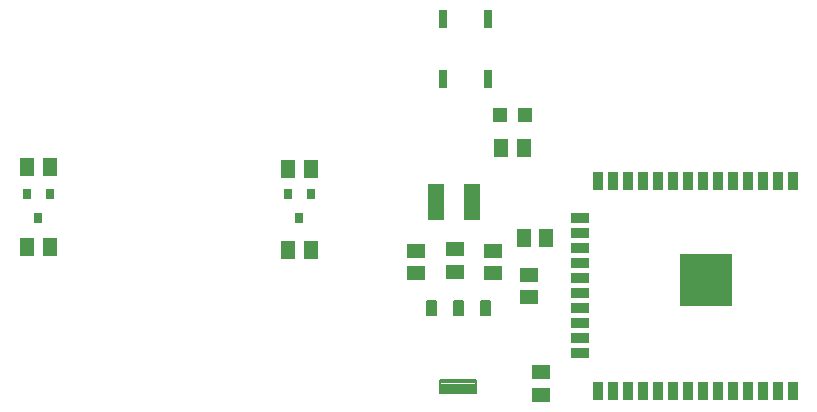
<source format=gtp>
G04 EAGLE Gerber RS-274X export*
G75*
%MOMM*%
%FSLAX34Y34*%
%LPD*%
%INSolderpaste Top*%
%IPPOS*%
%AMOC8*
5,1,8,0,0,1.08239X$1,22.5*%
G01*
%ADD10R,1.300000X1.500000*%
%ADD11R,1.500000X1.300000*%
%ADD12R,1.340000X3.020000*%
%ADD13R,0.800000X0.900000*%
%ADD14R,0.762000X1.524000*%
%ADD15R,0.900000X1.500000*%
%ADD16R,1.500000X0.900000*%
%ADD17R,4.500119X4.500119*%
%ADD18C,0.139500*%
%ADD19C,0.196500*%
%ADD20R,1.200000X1.200000*%


D10*
X749960Y200660D03*
X768960Y200660D03*
D11*
X723900Y189840D03*
X723900Y170840D03*
D12*
X675480Y231140D03*
X706280Y231140D03*
D11*
X692150Y172110D03*
X692150Y191110D03*
X659130Y189840D03*
X659130Y170840D03*
D13*
X569570Y237330D03*
X550570Y237330D03*
X560070Y217330D03*
X348590Y237330D03*
X329590Y237330D03*
X339090Y217330D03*
D10*
X550570Y190500D03*
X569570Y190500D03*
D11*
X764540Y67970D03*
X764540Y86970D03*
D10*
X550570Y259080D03*
X569570Y259080D03*
X329590Y193040D03*
X348590Y193040D03*
X329590Y260350D03*
X348590Y260350D03*
D11*
X754380Y150520D03*
X754380Y169520D03*
D14*
X681990Y335280D03*
X681990Y386080D03*
X720090Y335280D03*
X720090Y386080D03*
D15*
X977660Y249020D03*
X964960Y249020D03*
X952260Y249020D03*
X939560Y249020D03*
X926860Y249020D03*
X914160Y249020D03*
X901460Y249020D03*
X888760Y249020D03*
X876060Y249020D03*
X863360Y249020D03*
X850660Y249020D03*
X837960Y249020D03*
X825260Y249020D03*
X812560Y249020D03*
D16*
X797560Y217120D03*
X797560Y204420D03*
X797560Y191720D03*
X797560Y179020D03*
X797560Y166320D03*
X797560Y153620D03*
X797560Y140920D03*
X797560Y128220D03*
X797560Y115520D03*
X797560Y102820D03*
D15*
X812560Y71020D03*
X825260Y71020D03*
X837960Y71020D03*
X850660Y71020D03*
X863360Y71020D03*
X876060Y71020D03*
X888760Y71020D03*
X901460Y71020D03*
X914160Y71020D03*
X926860Y71020D03*
X939560Y71020D03*
X952260Y71020D03*
X964960Y71020D03*
X977660Y71020D03*
D17*
X904240Y165100D03*
D18*
X721543Y147253D02*
X713637Y147253D01*
X721543Y147253D02*
X721543Y135547D01*
X713637Y135547D01*
X713637Y147253D01*
X713637Y136872D02*
X721543Y136872D01*
X721543Y138197D02*
X713637Y138197D01*
X713637Y139522D02*
X721543Y139522D01*
X721543Y140847D02*
X713637Y140847D01*
X713637Y142172D02*
X721543Y142172D01*
X721543Y143497D02*
X713637Y143497D01*
X713637Y144822D02*
X721543Y144822D01*
X721543Y146147D02*
X713637Y146147D01*
X698643Y147253D02*
X690737Y147253D01*
X698643Y147253D02*
X698643Y135547D01*
X690737Y135547D01*
X690737Y147253D01*
X690737Y136872D02*
X698643Y136872D01*
X698643Y138197D02*
X690737Y138197D01*
X690737Y139522D02*
X698643Y139522D01*
X698643Y140847D02*
X690737Y140847D01*
X690737Y142172D02*
X698643Y142172D01*
X698643Y143497D02*
X690737Y143497D01*
X690737Y144822D02*
X698643Y144822D01*
X698643Y146147D02*
X690737Y146147D01*
X675743Y147253D02*
X667837Y147253D01*
X675743Y147253D02*
X675743Y135547D01*
X667837Y135547D01*
X667837Y147253D01*
X667837Y136872D02*
X675743Y136872D01*
X675743Y138197D02*
X667837Y138197D01*
X667837Y139522D02*
X675743Y139522D01*
X675743Y140847D02*
X667837Y140847D01*
X667837Y142172D02*
X675743Y142172D01*
X675743Y143497D02*
X667837Y143497D01*
X667837Y144822D02*
X675743Y144822D01*
X675743Y146147D02*
X667837Y146147D01*
D19*
X679472Y80068D02*
X709908Y80068D01*
X709908Y68932D01*
X679472Y68932D01*
X679472Y80068D01*
X679472Y70799D02*
X709908Y70799D01*
X709908Y72666D02*
X679472Y72666D01*
X679472Y74533D02*
X709908Y74533D01*
X709908Y76400D02*
X679472Y76400D01*
X679472Y78267D02*
X709908Y78267D01*
D20*
X729910Y304800D03*
X750910Y304800D03*
D10*
X730910Y276860D03*
X749910Y276860D03*
M02*

</source>
